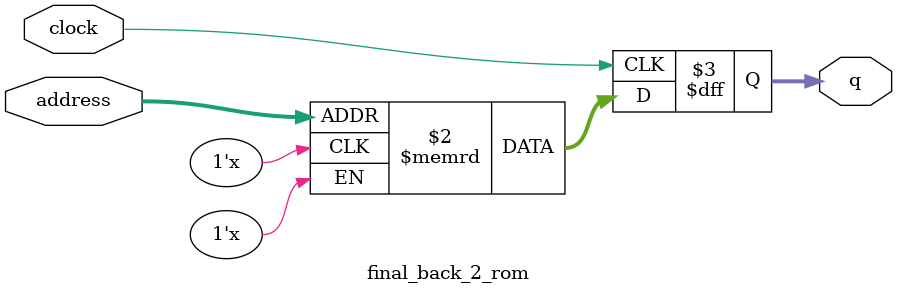
<source format=sv>
module final_back_2_rom (
	input logic clock,
	input logic [18:0] address,
	output logic [3:0] q
);

logic [3:0] memory [0:307199] /* synthesis ram_init_file = "./final_back_2/final_back_2.mif" */;

always_ff @ (posedge clock) begin
	q <= memory[address];
end

endmodule

</source>
